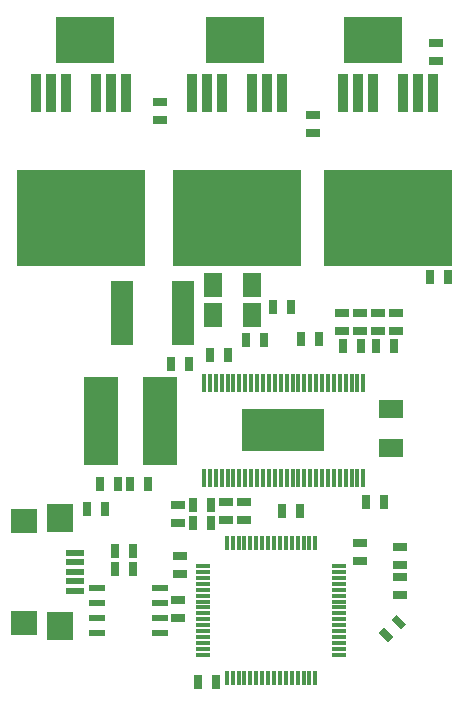
<source format=gtp>
G04 #@! TF.FileFunction,Paste,Top*
%FSLAX46Y46*%
G04 Gerber Fmt 4.6, Leading zero omitted, Abs format (unit mm)*
G04 Created by KiCad (PCBNEW 4.0.1-stable) date 2016-02-08 6:25:09 PM*
%MOMM*%
G01*
G04 APERTURE LIST*
%ADD10C,0.150000*%
%ADD11R,10.800080X8.150860*%
%ADD12R,0.899160X3.200400*%
%ADD13R,1.849120X5.499100*%
%ADD14R,2.997200X7.498080*%
%ADD15R,5.000000X4.000000*%
%ADD16R,0.300000X1.300480*%
%ADD17R,1.300480X0.300000*%
%ADD18R,0.299720X1.501140*%
%ADD19R,7.000240X3.599180*%
%ADD20R,1.524000X2.032000*%
%ADD21R,1.143000X0.635000*%
%ADD22R,0.635000X1.143000*%
%ADD23R,2.032000X1.524000*%
%ADD24R,1.399540X0.599440*%
%ADD25R,1.500000X0.500000*%
%ADD26R,2.200000X2.400000*%
%ADD27R,2.200000X2.000000*%
G04 APERTURE END LIST*
D10*
D11*
X84709000Y-97848420D03*
D12*
X88519000Y-87246460D03*
X87249000Y-87246460D03*
X85979000Y-87246460D03*
X83439000Y-87246460D03*
X82169000Y-87246460D03*
X80899000Y-87246460D03*
D13*
X93380560Y-105918000D03*
X88229440Y-105918000D03*
D14*
X91399360Y-115062000D03*
X86400640Y-115062000D03*
D15*
X85090000Y-82804000D03*
X97790000Y-82804000D03*
X109474000Y-82804000D03*
D11*
X110744000Y-97848420D03*
D12*
X114554000Y-87246460D03*
X113284000Y-87246460D03*
X112014000Y-87246460D03*
X109474000Y-87246460D03*
X108204000Y-87246460D03*
X106934000Y-87246460D03*
D11*
X97917000Y-97848420D03*
D12*
X101727000Y-87246460D03*
X100457000Y-87246460D03*
X99187000Y-87246460D03*
X96647000Y-87246460D03*
X95377000Y-87246460D03*
X94107000Y-87246460D03*
D16*
X98587560Y-136814560D03*
X99087940Y-136814560D03*
X99588320Y-136814560D03*
X100088700Y-136814560D03*
X100589080Y-136814560D03*
X97088960Y-136814560D03*
X97586800Y-136814560D03*
X98087180Y-136814560D03*
D17*
X106588560Y-134813040D03*
X106588560Y-134315200D03*
X106588560Y-133814820D03*
X106588560Y-133314440D03*
X106588560Y-132814060D03*
X106588560Y-132313680D03*
X106588560Y-131813300D03*
X106588560Y-131312920D03*
D16*
X104587040Y-125313440D03*
X104089200Y-125313440D03*
X103588820Y-125313440D03*
X103088440Y-125313440D03*
X102588060Y-125313440D03*
X102087680Y-125313440D03*
X101587300Y-125313440D03*
X101086920Y-125313440D03*
D17*
X95087440Y-127314960D03*
X95087440Y-127812800D03*
X95087440Y-128313180D03*
X95087440Y-128813560D03*
X95087440Y-129313940D03*
X95087440Y-129814320D03*
X95087440Y-130314700D03*
X95087440Y-130815080D03*
D16*
X101086920Y-136814560D03*
X101587300Y-136814560D03*
X102087680Y-136814560D03*
D17*
X106588560Y-130815080D03*
X106588560Y-130314700D03*
X106588560Y-129814320D03*
D16*
X100589080Y-125313440D03*
X100088700Y-125313440D03*
X99588320Y-125313440D03*
D17*
X95087440Y-131312920D03*
X95087440Y-131813300D03*
X95087440Y-132313680D03*
D16*
X102588060Y-136814560D03*
X103088440Y-136814560D03*
X103588820Y-136814560D03*
X104089200Y-136814560D03*
X104587040Y-136814560D03*
D17*
X106588560Y-129313940D03*
X106588560Y-128813560D03*
X106588560Y-128313180D03*
X106588560Y-127812800D03*
X106588560Y-127314960D03*
D16*
X99087940Y-125313440D03*
X98587560Y-125313440D03*
X98087180Y-125313440D03*
X97586800Y-125313440D03*
X97088960Y-125313440D03*
D17*
X95087440Y-132814060D03*
X95087440Y-133314440D03*
X95087440Y-133814820D03*
X95087440Y-134315200D03*
X95087440Y-134813040D03*
D18*
X104157780Y-111823500D03*
X103657400Y-111823500D03*
X103157020Y-111823500D03*
X102656640Y-111823500D03*
X102156260Y-111823500D03*
X101658420Y-111823500D03*
X101158040Y-111823500D03*
X100657660Y-111823500D03*
X100157280Y-111823500D03*
X99656900Y-111823500D03*
X99156520Y-111823500D03*
X108656120Y-111823500D03*
X108158280Y-111823500D03*
X107657900Y-111823500D03*
X103157020Y-119824500D03*
X106657140Y-111823500D03*
X106156760Y-111823500D03*
X105656380Y-111823500D03*
X105158540Y-111823500D03*
X104658160Y-111823500D03*
X100657660Y-119824500D03*
X101158040Y-119824500D03*
X101658420Y-119824500D03*
X102156260Y-119824500D03*
X102656640Y-119824500D03*
X107157520Y-111823500D03*
X103657400Y-119824500D03*
X104157780Y-119824500D03*
X104658160Y-119824500D03*
X105158540Y-119824500D03*
X105656380Y-119824500D03*
X106156760Y-119824500D03*
X106657140Y-119824500D03*
X95158560Y-119824500D03*
X95656400Y-119824500D03*
X96156780Y-119824500D03*
X96657160Y-119824500D03*
X97157540Y-119824500D03*
X97657920Y-119824500D03*
X98158300Y-119824500D03*
X98656140Y-119824500D03*
X99156520Y-119824500D03*
X99656900Y-119824500D03*
X100157280Y-119824500D03*
X107157520Y-119824500D03*
X107657900Y-119824500D03*
X108158280Y-119824500D03*
X108656120Y-119824500D03*
X98656140Y-111823500D03*
X98158300Y-111823500D03*
X97657920Y-111823500D03*
X97157540Y-111823500D03*
X96657160Y-111823500D03*
X96156780Y-111823500D03*
X95656400Y-111823500D03*
X95158560Y-111823500D03*
D19*
X101854000Y-115824000D03*
D20*
X95885000Y-106045000D03*
X99187000Y-106045000D03*
X95885000Y-103505000D03*
X99187000Y-103505000D03*
D21*
X108331000Y-125349000D03*
X108331000Y-126873000D03*
D10*
G36*
X110765790Y-133755433D02*
X109957567Y-132947210D01*
X110406580Y-132498197D01*
X111214803Y-133306420D01*
X110765790Y-133755433D01*
X110765790Y-133755433D01*
G37*
G36*
X111843420Y-132677803D02*
X111035197Y-131869580D01*
X111484210Y-131420567D01*
X112292433Y-132228790D01*
X111843420Y-132677803D01*
X111843420Y-132677803D01*
G37*
D21*
X98552000Y-123444000D03*
X98552000Y-121920000D03*
X93091000Y-128016000D03*
X93091000Y-126492000D03*
D22*
X94234000Y-122174000D03*
X95758000Y-122174000D03*
D21*
X92964000Y-122174000D03*
X92964000Y-123698000D03*
D22*
X101727000Y-122682000D03*
X103251000Y-122682000D03*
X110363000Y-121920000D03*
X108839000Y-121920000D03*
X97155000Y-109474000D03*
X95631000Y-109474000D03*
X100203000Y-108204000D03*
X98679000Y-108204000D03*
X102489000Y-105410000D03*
X100965000Y-105410000D03*
X104902000Y-108077000D03*
X103378000Y-108077000D03*
X106934000Y-108712000D03*
X108458000Y-108712000D03*
X94615000Y-137160000D03*
X96139000Y-137160000D03*
X109728000Y-108712000D03*
X111252000Y-108712000D03*
D23*
X110998000Y-117348000D03*
X110998000Y-114046000D03*
D21*
X111760000Y-125730000D03*
X111760000Y-127254000D03*
X93000000Y-130188000D03*
X93000000Y-131712000D03*
D22*
X114300000Y-102870000D03*
X115824000Y-102870000D03*
D21*
X111760000Y-129794000D03*
X111760000Y-128270000D03*
D22*
X86360000Y-120396000D03*
X87884000Y-120396000D03*
X88900000Y-120396000D03*
X90424000Y-120396000D03*
X94234000Y-123698000D03*
X95758000Y-123698000D03*
D21*
X97028000Y-121920000D03*
X97028000Y-123444000D03*
D22*
X92329000Y-110236000D03*
X93853000Y-110236000D03*
D21*
X114808000Y-84582000D03*
X114808000Y-83058000D03*
X104394000Y-89154000D03*
X104394000Y-90678000D03*
X91440000Y-88011000D03*
X91440000Y-89535000D03*
X106807000Y-105918000D03*
X106807000Y-107442000D03*
X108331000Y-105918000D03*
X108331000Y-107442000D03*
X109855000Y-105918000D03*
X109855000Y-107442000D03*
X111379000Y-105918000D03*
X111379000Y-107442000D03*
D22*
X89162000Y-127550000D03*
X87638000Y-127550000D03*
X89162000Y-126000000D03*
X87638000Y-126000000D03*
X86762000Y-122500000D03*
X85238000Y-122500000D03*
D24*
X86133000Y-132955000D03*
X91467000Y-132955000D03*
X86133000Y-131685000D03*
X86133000Y-130415000D03*
X86133000Y-129145000D03*
X91467000Y-131685000D03*
X91467000Y-130415000D03*
X91467000Y-129145000D03*
D25*
X84200000Y-129400000D03*
X84200000Y-128600000D03*
X84200000Y-127800000D03*
X84200000Y-127000000D03*
X84200000Y-126200000D03*
D26*
X83000000Y-123250000D03*
X83000000Y-132350000D03*
D27*
X79925000Y-123450000D03*
X79925000Y-132150000D03*
M02*

</source>
